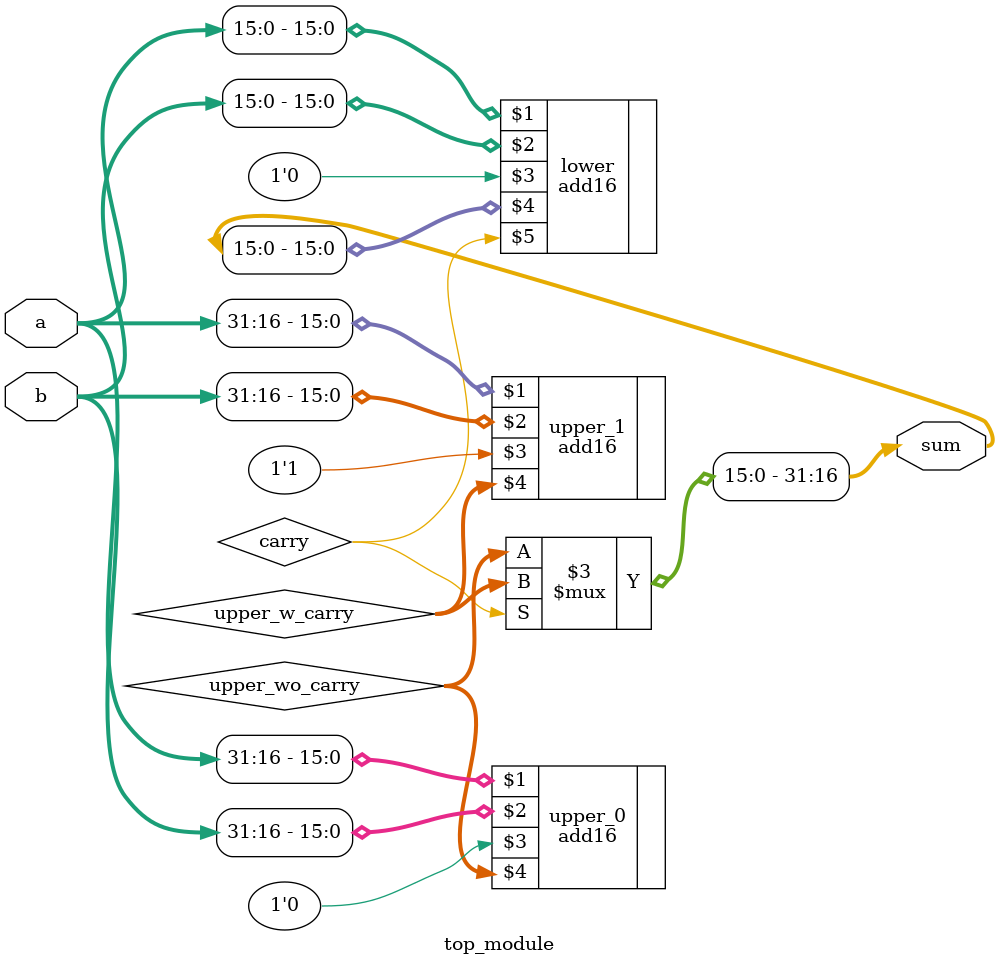
<source format=v>
module top_module(
    input [31:0] a,
    input [31:0] b,
    output [31:0] sum
);
	wire carry;
    wire [15:0] lower_sum, upper_w_carry, upper_wo_carry;

    add16 lower(a[15:0], b[15:0], 1'b0, sum[15:0], carry);
    add16 upper_1(a[31:16], b[31:16], 1'b1, upper_w_carry);
    add16 upper_0(a[31:16], b[31:16], 1'b0, upper_wo_carry);

    always @(*) begin
        case (carry)
            1: sum[31:16] = upper_w_carry;
            default: sum[31:16] = upper_wo_carry;
        endcase
    end

endmodule

</source>
